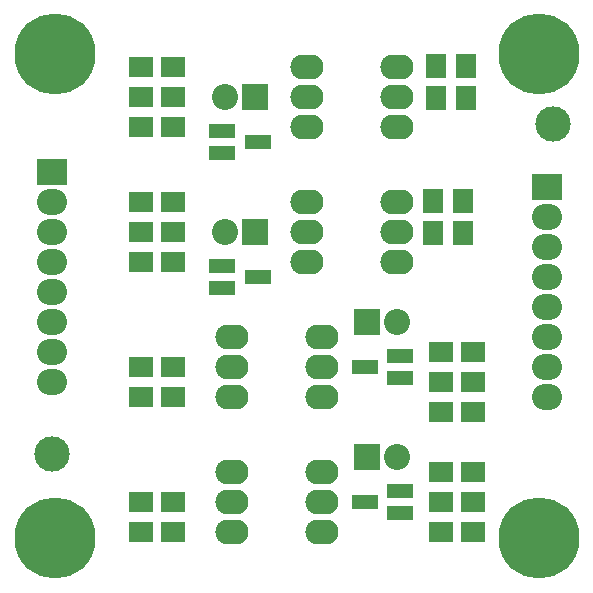
<source format=gbr>
G04 #@! TF.FileFunction,Soldermask,Top*
%FSLAX46Y46*%
G04 Gerber Fmt 4.6, Leading zero omitted, Abs format (unit mm)*
G04 Created by KiCad (PCBNEW 4.0.5) date 07/08/17 16:03:55*
%MOMM*%
%LPD*%
G01*
G04 APERTURE LIST*
%ADD10C,0.150000*%
%ADD11C,3.000000*%
%ADD12R,2.008000X1.808000*%
%ADD13R,1.808000X2.008000*%
%ADD14O,2.808000X2.108000*%
%ADD15R,2.308860X1.308100*%
%ADD16R,2.540000X2.235200*%
%ADD17O,2.540000X2.235200*%
%ADD18C,6.858000*%
%ADD19R,2.208000X2.208000*%
%ADD20O,2.208000X2.208000*%
G04 APERTURE END LIST*
D10*
D11*
X46228000Y-9906000D03*
X3810000Y-37846000D03*
D12*
X11350000Y-5080000D03*
X14050000Y-5080000D03*
D13*
X38862000Y-7700000D03*
X38862000Y-5000000D03*
D12*
X11350000Y-16510000D03*
X14050000Y-16510000D03*
D13*
X38608000Y-19130000D03*
X38608000Y-16430000D03*
D12*
X39450000Y-34290000D03*
X36750000Y-34290000D03*
X14050000Y-30480000D03*
X11350000Y-30480000D03*
X39450000Y-44450000D03*
X36750000Y-44450000D03*
X14050000Y-41910000D03*
X11350000Y-41910000D03*
D14*
X25340000Y-5090000D03*
X25340000Y-7630000D03*
X25340000Y-10170000D03*
X32960000Y-10170000D03*
X32960000Y-7630000D03*
X32960000Y-5090000D03*
X25340000Y-16520000D03*
X25340000Y-19060000D03*
X25340000Y-21600000D03*
X32960000Y-21600000D03*
X32960000Y-19060000D03*
X32960000Y-16520000D03*
X26670000Y-33020000D03*
X26670000Y-30480000D03*
X26670000Y-27940000D03*
X19050000Y-27940000D03*
X19050000Y-30480000D03*
X19050000Y-33020000D03*
X26670000Y-44450000D03*
X26670000Y-41910000D03*
X26670000Y-39370000D03*
X19050000Y-39370000D03*
X19050000Y-41910000D03*
X19050000Y-44450000D03*
D15*
X18183860Y-10480000D03*
X18183860Y-12380000D03*
X21186140Y-11430000D03*
X18183860Y-21910000D03*
X18183860Y-23810000D03*
X21186140Y-22860000D03*
X33251140Y-31430000D03*
X33251140Y-29530000D03*
X30248860Y-30480000D03*
X33251140Y-42860000D03*
X33251140Y-40960000D03*
X30248860Y-41910000D03*
D16*
X3750000Y-13980000D03*
D17*
X3750000Y-16520000D03*
X3750000Y-19060000D03*
X3750000Y-21600000D03*
X3750000Y-24140000D03*
X3750000Y-26680000D03*
X3750000Y-29220000D03*
X3750000Y-31760000D03*
D16*
X45660000Y-15250000D03*
D17*
X45660000Y-17790000D03*
X45660000Y-20330000D03*
X45660000Y-22870000D03*
X45660000Y-25410000D03*
X45660000Y-27950000D03*
X45660000Y-30490000D03*
X45660000Y-33030000D03*
D18*
X4000000Y-4000000D03*
X45000000Y-4000000D03*
X4000000Y-45000000D03*
X45000000Y-45000000D03*
D13*
X36322000Y-5000000D03*
X36322000Y-7700000D03*
X36068000Y-16430000D03*
X36068000Y-19130000D03*
D12*
X14050000Y-33020000D03*
X11350000Y-33020000D03*
X14050000Y-44450000D03*
X11350000Y-44450000D03*
X11350000Y-10160000D03*
X14050000Y-10160000D03*
X11350000Y-21590000D03*
X14050000Y-21590000D03*
X39450000Y-29210000D03*
X36750000Y-29210000D03*
X39450000Y-39370000D03*
X36750000Y-39370000D03*
D19*
X20955000Y-7620000D03*
D20*
X18415000Y-7620000D03*
D19*
X20955000Y-19050000D03*
D20*
X18415000Y-19050000D03*
D19*
X30480000Y-26670000D03*
D20*
X33020000Y-26670000D03*
D19*
X30480000Y-38100000D03*
D20*
X33020000Y-38100000D03*
D12*
X11350000Y-7620000D03*
X14050000Y-7620000D03*
X11350000Y-19050000D03*
X14050000Y-19050000D03*
X39450000Y-31750000D03*
X36750000Y-31750000D03*
X39450000Y-41910000D03*
X36750000Y-41910000D03*
M02*

</source>
